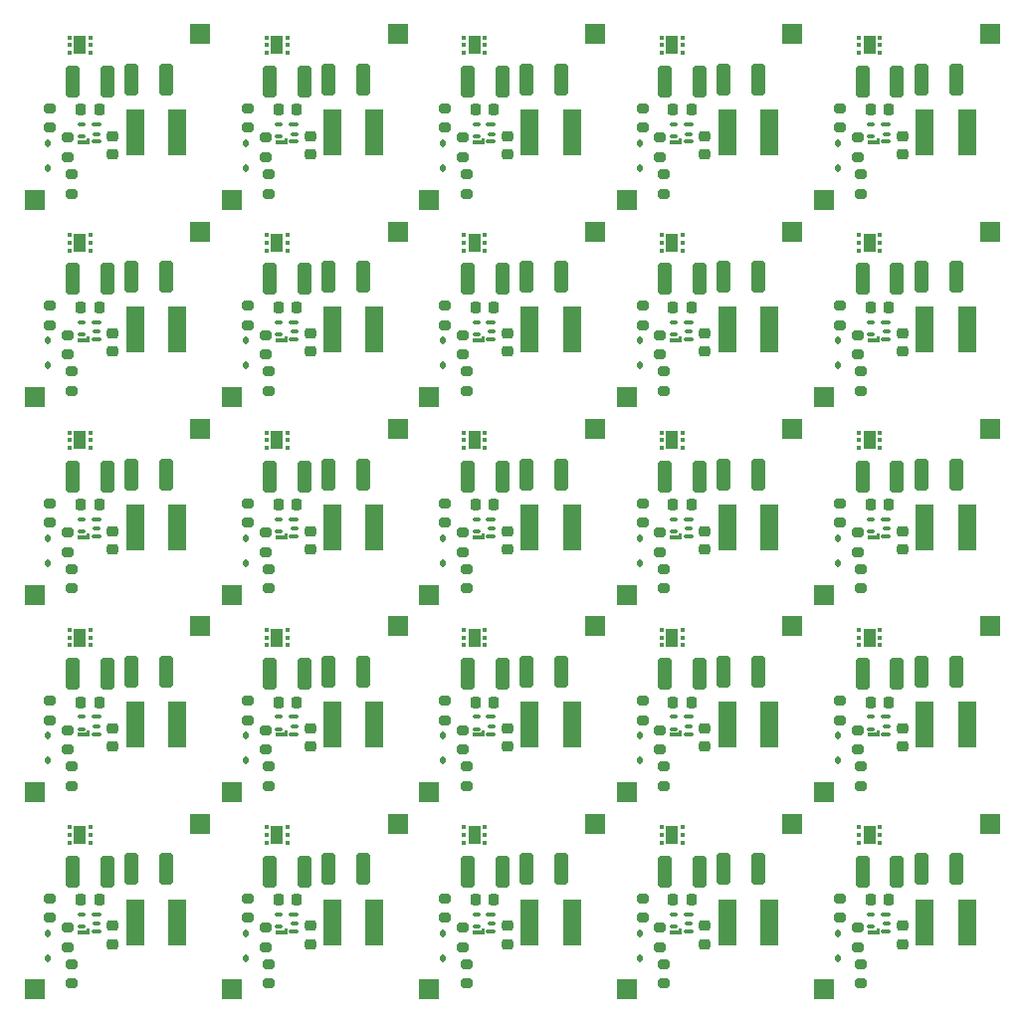
<source format=gts>
G04 #@! TF.GenerationSoftware,KiCad,Pcbnew,7.0.9*
G04 #@! TF.CreationDate,2024-07-27T16:50:16+02:00*
G04 #@! TF.ProjectId,Nutzen,4e75747a-656e-42e6-9b69-6361645f7063,rev?*
G04 #@! TF.SameCoordinates,Original*
G04 #@! TF.FileFunction,Soldermask,Top*
G04 #@! TF.FilePolarity,Negative*
%FSLAX46Y46*%
G04 Gerber Fmt 4.6, Leading zero omitted, Abs format (unit mm)*
G04 Created by KiCad (PCBNEW 7.0.9) date 2024-07-27 16:50:16*
%MOMM*%
%LPD*%
G01*
G04 APERTURE LIST*
G04 Aperture macros list*
%AMRoundRect*
0 Rectangle with rounded corners*
0 $1 Rounding radius*
0 $2 $3 $4 $5 $6 $7 $8 $9 X,Y pos of 4 corners*
0 Add a 4 corners polygon primitive as box body*
4,1,4,$2,$3,$4,$5,$6,$7,$8,$9,$2,$3,0*
0 Add four circle primitives for the rounded corners*
1,1,$1+$1,$2,$3*
1,1,$1+$1,$4,$5*
1,1,$1+$1,$6,$7*
1,1,$1+$1,$8,$9*
0 Add four rect primitives between the rounded corners*
20,1,$1+$1,$2,$3,$4,$5,0*
20,1,$1+$1,$4,$5,$6,$7,0*
20,1,$1+$1,$6,$7,$8,$9,0*
20,1,$1+$1,$8,$9,$2,$3,0*%
%AMFreePoly0*
4,1,32,0.469135,0.146194,0.504490,0.131549,0.531549,0.104490,0.546194,0.069135,0.550000,0.050000,0.550000,-0.050000,0.546194,-0.069135,0.531549,-0.104490,0.504490,-0.131549,0.469135,-0.146194,0.450000,-0.150000,-0.250000,-0.150000,-0.250000,-0.250000,-0.253806,-0.269135,-0.268451,-0.304490,-0.295510,-0.331549,-0.330865,-0.346194,-0.350000,-0.350000,-0.450000,-0.350000,-0.469135,-0.346194,
-0.504490,-0.331549,-0.531549,-0.304490,-0.546194,-0.269135,-0.550000,-0.250000,-0.550000,0.050000,-0.546194,0.069135,-0.531549,0.104490,-0.504490,0.131549,-0.469135,0.146194,-0.450000,0.150000,0.450000,0.150000,0.469135,0.146194,0.469135,0.146194,$1*%
G04 Aperture macros list end*
%ADD10RoundRect,0.200000X0.275000X-0.200000X0.275000X0.200000X-0.275000X0.200000X-0.275000X-0.200000X0*%
%ADD11R,1.700000X1.700000*%
%ADD12RoundRect,0.100000X0.300000X0.050000X-0.300000X0.050000X-0.300000X-0.050000X0.300000X-0.050000X0*%
%ADD13RoundRect,0.100000X0.250000X0.050000X-0.250000X0.050000X-0.250000X-0.050000X0.250000X-0.050000X0*%
%ADD14FreePoly0,180.000000*%
%ADD15R,1.500000X4.000000*%
%ADD16RoundRect,0.225000X0.250000X-0.225000X0.250000X0.225000X-0.250000X0.225000X-0.250000X-0.225000X0*%
%ADD17RoundRect,0.093750X-0.093750X-0.106250X0.093750X-0.106250X0.093750X0.106250X-0.093750X0.106250X0*%
%ADD18R,1.000000X1.600000*%
%ADD19RoundRect,0.250000X-0.325000X-1.100000X0.325000X-1.100000X0.325000X1.100000X-0.325000X1.100000X0*%
%ADD20RoundRect,0.112500X-0.112500X0.187500X-0.112500X-0.187500X0.112500X-0.187500X0.112500X0.187500X0*%
%ADD21RoundRect,0.200000X-0.275000X0.200000X-0.275000X-0.200000X0.275000X-0.200000X0.275000X0.200000X0*%
%ADD22RoundRect,0.225000X-0.225000X-0.250000X0.225000X-0.250000X0.225000X0.250000X-0.225000X0.250000X0*%
G04 APERTURE END LIST*
D10*
X98400000Y-63925000D03*
X98400000Y-62275000D03*
D11*
X159750000Y-50350000D03*
D12*
X150900000Y-93100000D03*
D13*
X150950000Y-92450000D03*
D12*
X150900000Y-91650000D03*
D13*
X149650000Y-91650000D03*
X149650000Y-92675000D03*
D14*
X149850000Y-93175000D03*
D15*
X120600000Y-92300000D03*
X124200000Y-92300000D03*
D12*
X100500000Y-109900000D03*
D13*
X100550000Y-109250000D03*
D12*
X100500000Y-108450000D03*
D13*
X99250000Y-108450000D03*
X99250000Y-109475000D03*
D14*
X99450000Y-109975000D03*
D11*
X126150000Y-67150000D03*
X109350000Y-83950000D03*
X95250000Y-114850000D03*
X128850000Y-64450000D03*
D16*
X152300000Y-94175000D03*
X152300000Y-92625000D03*
D17*
X131812500Y-33850000D03*
X131812500Y-34500000D03*
X131812500Y-35150000D03*
X133587500Y-35150000D03*
X133587500Y-34500000D03*
X133587500Y-33850000D03*
D18*
X132700000Y-34500000D03*
D10*
X115200000Y-47125000D03*
X115200000Y-45475000D03*
D19*
X153900000Y-54200000D03*
X156850000Y-54200000D03*
D12*
X83700000Y-93100000D03*
D13*
X83750000Y-92450000D03*
D12*
X83700000Y-91650000D03*
D13*
X82450000Y-91650000D03*
X82450000Y-92675000D03*
D14*
X82650000Y-93175000D03*
D10*
X98400000Y-47125000D03*
X98400000Y-45475000D03*
D19*
X132100000Y-54400000D03*
X135050000Y-54400000D03*
D15*
X87000000Y-109100000D03*
X90600000Y-109100000D03*
D20*
X130000000Y-110050000D03*
X130000000Y-112150000D03*
D10*
X81300000Y-111225000D03*
X81300000Y-109575000D03*
D15*
X87000000Y-41900000D03*
X90600000Y-41900000D03*
D11*
X142950000Y-83950000D03*
X142950000Y-50350000D03*
X92550000Y-83950000D03*
D19*
X103500000Y-71000000D03*
X106450000Y-71000000D03*
D21*
X79800000Y-39875000D03*
X79800000Y-41525000D03*
X79800000Y-107075000D03*
X79800000Y-108725000D03*
D11*
X126150000Y-83950000D03*
D10*
X114900000Y-60825000D03*
X114900000Y-59175000D03*
D21*
X147000000Y-90275000D03*
X147000000Y-91925000D03*
D12*
X117300000Y-59500000D03*
D13*
X117350000Y-58850000D03*
D12*
X117300000Y-58050000D03*
D13*
X116050000Y-58050000D03*
X116050000Y-59075000D03*
D14*
X116250000Y-59575000D03*
D11*
X142950000Y-67150000D03*
D15*
X87000000Y-92300000D03*
X90600000Y-92300000D03*
D12*
X117300000Y-76300000D03*
D13*
X117350000Y-75650000D03*
D12*
X117300000Y-74850000D03*
D13*
X116050000Y-74850000D03*
X116050000Y-75875000D03*
D14*
X116250000Y-76375000D03*
D11*
X128850000Y-47650000D03*
D16*
X118700000Y-94175000D03*
X118700000Y-92625000D03*
D10*
X81300000Y-60825000D03*
X81300000Y-59175000D03*
D21*
X79800000Y-56675000D03*
X79800000Y-58325000D03*
D12*
X100500000Y-93100000D03*
D13*
X100550000Y-92450000D03*
D12*
X100500000Y-91650000D03*
D13*
X99250000Y-91650000D03*
X99250000Y-92675000D03*
D14*
X99450000Y-93175000D03*
D21*
X147000000Y-73475000D03*
X147000000Y-75125000D03*
D11*
X78450000Y-98050000D03*
D20*
X79600000Y-93250000D03*
X79600000Y-95350000D03*
D10*
X148500000Y-94425000D03*
X148500000Y-92775000D03*
D12*
X150900000Y-109900000D03*
D13*
X150950000Y-109250000D03*
D12*
X150900000Y-108450000D03*
D13*
X149650000Y-108450000D03*
X149650000Y-109475000D03*
D14*
X149850000Y-109975000D03*
D17*
X115012500Y-50650000D03*
X115012500Y-51300000D03*
X115012500Y-51950000D03*
X116787500Y-51950000D03*
X116787500Y-51300000D03*
X116787500Y-50650000D03*
D18*
X115900000Y-51300000D03*
D19*
X98500000Y-104800000D03*
X101450000Y-104800000D03*
D17*
X148612500Y-33850000D03*
X148612500Y-34500000D03*
X148612500Y-35150000D03*
X150387500Y-35150000D03*
X150387500Y-34500000D03*
X150387500Y-33850000D03*
D18*
X149500000Y-34500000D03*
D19*
X137100000Y-37400000D03*
X140050000Y-37400000D03*
D11*
X92550000Y-33550000D03*
D16*
X152300000Y-110975000D03*
X152300000Y-109425000D03*
D22*
X149600000Y-56800000D03*
X151150000Y-56800000D03*
D11*
X145650000Y-64450000D03*
X145650000Y-47650000D03*
X95250000Y-47650000D03*
D17*
X81412500Y-84250000D03*
X81412500Y-84900000D03*
X81412500Y-85550000D03*
X83187500Y-85550000D03*
X83187500Y-84900000D03*
X83187500Y-84250000D03*
D18*
X82300000Y-84900000D03*
D19*
X81700000Y-54400000D03*
X84650000Y-54400000D03*
D17*
X115012500Y-33850000D03*
X115012500Y-34500000D03*
X115012500Y-35150000D03*
X116787500Y-35150000D03*
X116787500Y-34500000D03*
X116787500Y-33850000D03*
D18*
X115900000Y-34500000D03*
D11*
X109350000Y-100750000D03*
D16*
X152300000Y-43775000D03*
X152300000Y-42225000D03*
D19*
X137100000Y-71000000D03*
X140050000Y-71000000D03*
D15*
X137400000Y-75500000D03*
X141000000Y-75500000D03*
X120600000Y-58700000D03*
X124200000Y-58700000D03*
D10*
X115200000Y-63925000D03*
X115200000Y-62275000D03*
D11*
X128850000Y-81250000D03*
D20*
X113200000Y-110050000D03*
X113200000Y-112150000D03*
X113200000Y-76450000D03*
X113200000Y-78550000D03*
D21*
X113400000Y-56675000D03*
X113400000Y-58325000D03*
D15*
X120600000Y-109100000D03*
X124200000Y-109100000D03*
D22*
X149600000Y-90400000D03*
X151150000Y-90400000D03*
D17*
X131812500Y-101050000D03*
X131812500Y-101700000D03*
X131812500Y-102350000D03*
X133587500Y-102350000D03*
X133587500Y-101700000D03*
X133587500Y-101050000D03*
D18*
X132700000Y-101700000D03*
D10*
X114900000Y-77625000D03*
X114900000Y-75975000D03*
X81600000Y-63925000D03*
X81600000Y-62275000D03*
D12*
X150900000Y-59500000D03*
D13*
X150950000Y-58850000D03*
D12*
X150900000Y-58050000D03*
D13*
X149650000Y-58050000D03*
X149650000Y-59075000D03*
D14*
X149850000Y-59575000D03*
D20*
X79600000Y-110050000D03*
X79600000Y-112150000D03*
D12*
X134100000Y-93100000D03*
D13*
X134150000Y-92450000D03*
D12*
X134100000Y-91650000D03*
D13*
X132850000Y-91650000D03*
X132850000Y-92675000D03*
D14*
X133050000Y-93175000D03*
D10*
X81300000Y-77625000D03*
X81300000Y-75975000D03*
D17*
X115012500Y-67450000D03*
X115012500Y-68100000D03*
X115012500Y-68750000D03*
X116787500Y-68750000D03*
X116787500Y-68100000D03*
X116787500Y-67450000D03*
D18*
X115900000Y-68100000D03*
D19*
X103500000Y-37400000D03*
X106450000Y-37400000D03*
D17*
X131812500Y-67450000D03*
X131812500Y-68100000D03*
X131812500Y-68750000D03*
X133587500Y-68750000D03*
X133587500Y-68100000D03*
X133587500Y-67450000D03*
D18*
X132700000Y-68100000D03*
D10*
X148800000Y-47125000D03*
X148800000Y-45475000D03*
D16*
X85100000Y-110975000D03*
X85100000Y-109425000D03*
D10*
X132000000Y-114325000D03*
X132000000Y-112675000D03*
X132000000Y-97525000D03*
X132000000Y-95875000D03*
D17*
X81412500Y-33850000D03*
X81412500Y-34500000D03*
X81412500Y-35150000D03*
X83187500Y-35150000D03*
X83187500Y-34500000D03*
X83187500Y-33850000D03*
D18*
X82300000Y-34500000D03*
D10*
X131700000Y-44025000D03*
X131700000Y-42375000D03*
D22*
X149600000Y-40000000D03*
X151150000Y-40000000D03*
D11*
X92550000Y-67150000D03*
D12*
X100500000Y-76300000D03*
D13*
X100550000Y-75650000D03*
D12*
X100500000Y-74850000D03*
D13*
X99250000Y-74850000D03*
X99250000Y-75875000D03*
D14*
X99450000Y-76375000D03*
D15*
X137400000Y-92300000D03*
X141000000Y-92300000D03*
D11*
X112050000Y-47650000D03*
D19*
X98500000Y-71200000D03*
X101450000Y-71200000D03*
D20*
X113200000Y-59650000D03*
X113200000Y-61750000D03*
D19*
X120300000Y-54200000D03*
X123250000Y-54200000D03*
D20*
X96400000Y-59650000D03*
X96400000Y-61750000D03*
D11*
X145650000Y-81250000D03*
D21*
X96600000Y-90275000D03*
X96600000Y-91925000D03*
D12*
X83700000Y-76300000D03*
D13*
X83750000Y-75650000D03*
D12*
X83700000Y-74850000D03*
D13*
X82450000Y-74850000D03*
X82450000Y-75875000D03*
D14*
X82650000Y-76375000D03*
D12*
X134100000Y-76300000D03*
D13*
X134150000Y-75650000D03*
D12*
X134100000Y-74850000D03*
D13*
X132850000Y-74850000D03*
X132850000Y-75875000D03*
D14*
X133050000Y-76375000D03*
D17*
X98212500Y-33850000D03*
X98212500Y-34500000D03*
X98212500Y-35150000D03*
X99987500Y-35150000D03*
X99987500Y-34500000D03*
X99987500Y-33850000D03*
D18*
X99100000Y-34500000D03*
D15*
X137400000Y-109100000D03*
X141000000Y-109100000D03*
D12*
X83700000Y-42700000D03*
D13*
X83750000Y-42050000D03*
D12*
X83700000Y-41250000D03*
D13*
X82450000Y-41250000D03*
X82450000Y-42275000D03*
D14*
X82650000Y-42775000D03*
D16*
X85100000Y-43775000D03*
X85100000Y-42225000D03*
D15*
X103800000Y-58700000D03*
X107400000Y-58700000D03*
D10*
X131700000Y-77625000D03*
X131700000Y-75975000D03*
D19*
X137100000Y-54200000D03*
X140050000Y-54200000D03*
X148900000Y-54400000D03*
X151850000Y-54400000D03*
D10*
X98100000Y-60825000D03*
X98100000Y-59175000D03*
D12*
X100500000Y-59500000D03*
D13*
X100550000Y-58850000D03*
D12*
X100500000Y-58050000D03*
D13*
X99250000Y-58050000D03*
X99250000Y-59075000D03*
D14*
X99450000Y-59575000D03*
D22*
X82400000Y-107200000D03*
X83950000Y-107200000D03*
D19*
X81700000Y-104800000D03*
X84650000Y-104800000D03*
D21*
X147000000Y-56675000D03*
X147000000Y-58325000D03*
D22*
X132800000Y-40000000D03*
X134350000Y-40000000D03*
D20*
X130000000Y-93250000D03*
X130000000Y-95350000D03*
D22*
X132800000Y-107200000D03*
X134350000Y-107200000D03*
D19*
X86700000Y-54200000D03*
X89650000Y-54200000D03*
D10*
X98100000Y-111225000D03*
X98100000Y-109575000D03*
D11*
X92550000Y-50350000D03*
D15*
X137400000Y-41900000D03*
X141000000Y-41900000D03*
D19*
X148900000Y-104800000D03*
X151850000Y-104800000D03*
D10*
X81300000Y-94425000D03*
X81300000Y-92775000D03*
X132000000Y-80725000D03*
X132000000Y-79075000D03*
D17*
X148612500Y-50650000D03*
X148612500Y-51300000D03*
X148612500Y-51950000D03*
X150387500Y-51950000D03*
X150387500Y-51300000D03*
X150387500Y-50650000D03*
D18*
X149500000Y-51300000D03*
D22*
X82400000Y-56800000D03*
X83950000Y-56800000D03*
D19*
X115300000Y-37600000D03*
X118250000Y-37600000D03*
D17*
X98212500Y-101050000D03*
X98212500Y-101700000D03*
X98212500Y-102350000D03*
X99987500Y-102350000D03*
X99987500Y-101700000D03*
X99987500Y-101050000D03*
D18*
X99100000Y-101700000D03*
D17*
X98212500Y-50650000D03*
X98212500Y-51300000D03*
X98212500Y-51950000D03*
X99987500Y-51950000D03*
X99987500Y-51300000D03*
X99987500Y-50650000D03*
D18*
X99100000Y-51300000D03*
D19*
X120300000Y-37400000D03*
X123250000Y-37400000D03*
D15*
X154200000Y-75500000D03*
X157800000Y-75500000D03*
D16*
X118700000Y-60575000D03*
X118700000Y-59025000D03*
D10*
X115200000Y-97525000D03*
X115200000Y-95875000D03*
D21*
X96600000Y-73475000D03*
X96600000Y-75125000D03*
D11*
X159750000Y-83950000D03*
D16*
X152300000Y-77375000D03*
X152300000Y-75825000D03*
D20*
X130000000Y-59650000D03*
X130000000Y-61750000D03*
D11*
X109350000Y-33550000D03*
D22*
X116000000Y-40000000D03*
X117550000Y-40000000D03*
D10*
X81300000Y-44025000D03*
X81300000Y-42375000D03*
X81600000Y-97525000D03*
X81600000Y-95875000D03*
D15*
X87000000Y-58700000D03*
X90600000Y-58700000D03*
D19*
X120300000Y-87800000D03*
X123250000Y-87800000D03*
D12*
X150900000Y-76300000D03*
D13*
X150950000Y-75650000D03*
D12*
X150900000Y-74850000D03*
D13*
X149650000Y-74850000D03*
X149650000Y-75875000D03*
D14*
X149850000Y-76375000D03*
D19*
X103500000Y-87800000D03*
X106450000Y-87800000D03*
D10*
X114900000Y-94425000D03*
X114900000Y-92775000D03*
D15*
X137400000Y-58700000D03*
X141000000Y-58700000D03*
X154200000Y-109100000D03*
X157800000Y-109100000D03*
D10*
X148500000Y-60825000D03*
X148500000Y-59175000D03*
D17*
X81412500Y-101050000D03*
X81412500Y-101700000D03*
X81412500Y-102350000D03*
X83187500Y-102350000D03*
X83187500Y-101700000D03*
X83187500Y-101050000D03*
D18*
X82300000Y-101700000D03*
D16*
X135500000Y-77375000D03*
X135500000Y-75825000D03*
D21*
X130200000Y-90275000D03*
X130200000Y-91925000D03*
D10*
X148500000Y-44025000D03*
X148500000Y-42375000D03*
D21*
X147000000Y-107075000D03*
X147000000Y-108725000D03*
D19*
X137100000Y-87800000D03*
X140050000Y-87800000D03*
X86700000Y-71000000D03*
X89650000Y-71000000D03*
D21*
X130200000Y-73475000D03*
X130200000Y-75125000D03*
D16*
X101900000Y-77375000D03*
X101900000Y-75825000D03*
D10*
X148500000Y-77625000D03*
X148500000Y-75975000D03*
D22*
X82400000Y-73600000D03*
X83950000Y-73600000D03*
D16*
X101900000Y-110975000D03*
X101900000Y-109425000D03*
D11*
X112050000Y-64450000D03*
D10*
X148500000Y-111225000D03*
X148500000Y-109575000D03*
D12*
X117300000Y-42700000D03*
D13*
X117350000Y-42050000D03*
D12*
X117300000Y-41250000D03*
D13*
X116050000Y-41250000D03*
X116050000Y-42275000D03*
D14*
X116250000Y-42775000D03*
D21*
X96600000Y-39875000D03*
X96600000Y-41525000D03*
D17*
X81412500Y-67450000D03*
X81412500Y-68100000D03*
X81412500Y-68750000D03*
X83187500Y-68750000D03*
X83187500Y-68100000D03*
X83187500Y-67450000D03*
D18*
X82300000Y-68100000D03*
D19*
X115300000Y-88000000D03*
X118250000Y-88000000D03*
D12*
X117300000Y-93100000D03*
D13*
X117350000Y-92450000D03*
D12*
X117300000Y-91650000D03*
D13*
X116050000Y-91650000D03*
X116050000Y-92675000D03*
D14*
X116250000Y-93175000D03*
D10*
X98400000Y-80725000D03*
X98400000Y-79075000D03*
D16*
X101900000Y-60575000D03*
X101900000Y-59025000D03*
D10*
X98100000Y-77625000D03*
X98100000Y-75975000D03*
D19*
X120300000Y-104600000D03*
X123250000Y-104600000D03*
D11*
X159750000Y-67150000D03*
D19*
X115300000Y-71200000D03*
X118250000Y-71200000D03*
D10*
X81600000Y-47125000D03*
X81600000Y-45475000D03*
D12*
X83700000Y-109900000D03*
D13*
X83750000Y-109250000D03*
D12*
X83700000Y-108450000D03*
D13*
X82450000Y-108450000D03*
X82450000Y-109475000D03*
D14*
X82650000Y-109975000D03*
D19*
X81700000Y-71200000D03*
X84650000Y-71200000D03*
D11*
X126150000Y-50350000D03*
D15*
X154200000Y-41900000D03*
X157800000Y-41900000D03*
D10*
X131700000Y-94425000D03*
X131700000Y-92775000D03*
D11*
X112050000Y-114850000D03*
D19*
X153900000Y-37400000D03*
X156850000Y-37400000D03*
X137100000Y-104600000D03*
X140050000Y-104600000D03*
D10*
X98100000Y-94425000D03*
X98100000Y-92775000D03*
D11*
X128850000Y-98050000D03*
D19*
X120300000Y-71000000D03*
X123250000Y-71000000D03*
D12*
X134100000Y-42700000D03*
D13*
X134150000Y-42050000D03*
D12*
X134100000Y-41250000D03*
D13*
X132850000Y-41250000D03*
X132850000Y-42275000D03*
D14*
X133050000Y-42775000D03*
D11*
X126150000Y-33550000D03*
D21*
X96600000Y-107075000D03*
X96600000Y-108725000D03*
D19*
X103500000Y-104600000D03*
X106450000Y-104600000D03*
D15*
X103800000Y-109100000D03*
X107400000Y-109100000D03*
D20*
X79600000Y-59650000D03*
X79600000Y-61750000D03*
X113200000Y-93250000D03*
X113200000Y-95350000D03*
D19*
X148900000Y-88000000D03*
X151850000Y-88000000D03*
D22*
X116000000Y-73600000D03*
X117550000Y-73600000D03*
D19*
X115300000Y-54400000D03*
X118250000Y-54400000D03*
D16*
X101900000Y-94175000D03*
X101900000Y-92625000D03*
D10*
X132000000Y-47125000D03*
X132000000Y-45475000D03*
D17*
X98212500Y-84250000D03*
X98212500Y-84900000D03*
X98212500Y-85550000D03*
X99987500Y-85550000D03*
X99987500Y-84900000D03*
X99987500Y-84250000D03*
D18*
X99100000Y-84900000D03*
D19*
X148900000Y-37600000D03*
X151850000Y-37600000D03*
D11*
X145650000Y-114850000D03*
D21*
X130200000Y-56675000D03*
X130200000Y-58325000D03*
D17*
X131812500Y-50650000D03*
X131812500Y-51300000D03*
X131812500Y-51950000D03*
X133587500Y-51950000D03*
X133587500Y-51300000D03*
X133587500Y-50650000D03*
D18*
X132700000Y-51300000D03*
D22*
X99200000Y-73600000D03*
X100750000Y-73600000D03*
D11*
X142950000Y-100750000D03*
D19*
X81700000Y-37600000D03*
X84650000Y-37600000D03*
D17*
X148612500Y-84250000D03*
X148612500Y-84900000D03*
X148612500Y-85550000D03*
X150387500Y-85550000D03*
X150387500Y-84900000D03*
X150387500Y-84250000D03*
D18*
X149500000Y-84900000D03*
D11*
X95250000Y-98050000D03*
D16*
X135500000Y-94175000D03*
X135500000Y-92625000D03*
D22*
X132800000Y-56800000D03*
X134350000Y-56800000D03*
X116000000Y-107200000D03*
X117550000Y-107200000D03*
D15*
X154200000Y-92300000D03*
X157800000Y-92300000D03*
D21*
X130200000Y-107075000D03*
X130200000Y-108725000D03*
D10*
X114900000Y-111225000D03*
X114900000Y-109575000D03*
D20*
X96400000Y-76450000D03*
X96400000Y-78550000D03*
D11*
X109350000Y-50350000D03*
D20*
X113200000Y-42850000D03*
X113200000Y-44950000D03*
D12*
X117300000Y-109900000D03*
D13*
X117350000Y-109250000D03*
D12*
X117300000Y-108450000D03*
D13*
X116050000Y-108450000D03*
X116050000Y-109475000D03*
D14*
X116250000Y-109975000D03*
D11*
X92550000Y-100750000D03*
D10*
X98400000Y-97525000D03*
X98400000Y-95875000D03*
D17*
X115012500Y-84250000D03*
X115012500Y-84900000D03*
X115012500Y-85550000D03*
X116787500Y-85550000D03*
X116787500Y-84900000D03*
X116787500Y-84250000D03*
D18*
X115900000Y-84900000D03*
D17*
X115012500Y-101050000D03*
X115012500Y-101700000D03*
X115012500Y-102350000D03*
X116787500Y-102350000D03*
X116787500Y-101700000D03*
X116787500Y-101050000D03*
D18*
X115900000Y-101700000D03*
D22*
X99200000Y-40000000D03*
X100750000Y-40000000D03*
D12*
X134100000Y-59500000D03*
D13*
X134150000Y-58850000D03*
D12*
X134100000Y-58050000D03*
D13*
X132850000Y-58050000D03*
X132850000Y-59075000D03*
D14*
X133050000Y-59575000D03*
D20*
X146800000Y-59650000D03*
X146800000Y-61750000D03*
D16*
X85100000Y-94175000D03*
X85100000Y-92625000D03*
D20*
X96400000Y-93250000D03*
X96400000Y-95350000D03*
D16*
X152300000Y-60575000D03*
X152300000Y-59025000D03*
D21*
X113400000Y-73475000D03*
X113400000Y-75125000D03*
D22*
X82400000Y-40000000D03*
X83950000Y-40000000D03*
D11*
X95250000Y-64450000D03*
D22*
X116000000Y-90400000D03*
X117550000Y-90400000D03*
D20*
X130000000Y-76450000D03*
X130000000Y-78550000D03*
D19*
X153900000Y-104600000D03*
X156850000Y-104600000D03*
D17*
X148612500Y-101050000D03*
X148612500Y-101700000D03*
X148612500Y-102350000D03*
X150387500Y-102350000D03*
X150387500Y-101700000D03*
X150387500Y-101050000D03*
D18*
X149500000Y-101700000D03*
D22*
X132800000Y-73600000D03*
X134350000Y-73600000D03*
D10*
X98100000Y-44025000D03*
X98100000Y-42375000D03*
D11*
X145650000Y-98050000D03*
D10*
X148800000Y-80725000D03*
X148800000Y-79075000D03*
D16*
X85100000Y-77375000D03*
X85100000Y-75825000D03*
X85100000Y-60575000D03*
X85100000Y-59025000D03*
D21*
X79800000Y-73475000D03*
X79800000Y-75125000D03*
D11*
X126150000Y-100750000D03*
D19*
X148900000Y-71200000D03*
X151850000Y-71200000D03*
D20*
X146800000Y-110050000D03*
X146800000Y-112150000D03*
D19*
X98500000Y-37600000D03*
X101450000Y-37600000D03*
D17*
X131812500Y-84250000D03*
X131812500Y-84900000D03*
X131812500Y-85550000D03*
X133587500Y-85550000D03*
X133587500Y-84900000D03*
X133587500Y-84250000D03*
D18*
X132700000Y-84900000D03*
D10*
X98400000Y-114325000D03*
X98400000Y-112675000D03*
D15*
X87000000Y-75500000D03*
X90600000Y-75500000D03*
D16*
X101900000Y-43775000D03*
X101900000Y-42225000D03*
D10*
X148800000Y-97525000D03*
X148800000Y-95875000D03*
X148800000Y-114325000D03*
X148800000Y-112675000D03*
D11*
X78450000Y-114850000D03*
D21*
X130200000Y-39875000D03*
X130200000Y-41525000D03*
D20*
X96400000Y-110050000D03*
X96400000Y-112150000D03*
D21*
X113400000Y-39875000D03*
X113400000Y-41525000D03*
D19*
X103500000Y-54200000D03*
X106450000Y-54200000D03*
D10*
X114900000Y-44025000D03*
X114900000Y-42375000D03*
D20*
X146800000Y-76450000D03*
X146800000Y-78550000D03*
X79600000Y-42850000D03*
X79600000Y-44950000D03*
D19*
X132100000Y-71200000D03*
X135050000Y-71200000D03*
D11*
X128850000Y-114850000D03*
X78450000Y-47650000D03*
D12*
X134100000Y-109900000D03*
D13*
X134150000Y-109250000D03*
D12*
X134100000Y-108450000D03*
D13*
X132850000Y-108450000D03*
X132850000Y-109475000D03*
D14*
X133050000Y-109975000D03*
D15*
X103800000Y-92300000D03*
X107400000Y-92300000D03*
X120600000Y-75500000D03*
X124200000Y-75500000D03*
D20*
X146800000Y-93250000D03*
X146800000Y-95350000D03*
D11*
X95250000Y-81250000D03*
D17*
X81412500Y-50650000D03*
X81412500Y-51300000D03*
X81412500Y-51950000D03*
X83187500Y-51950000D03*
X83187500Y-51300000D03*
X83187500Y-50650000D03*
D18*
X82300000Y-51300000D03*
D22*
X116000000Y-56800000D03*
X117550000Y-56800000D03*
D10*
X81600000Y-80725000D03*
X81600000Y-79075000D03*
D11*
X159750000Y-100750000D03*
D20*
X146800000Y-42850000D03*
X146800000Y-44950000D03*
D11*
X142950000Y-33550000D03*
D15*
X103800000Y-75500000D03*
X107400000Y-75500000D03*
D19*
X81700000Y-88000000D03*
X84650000Y-88000000D03*
D20*
X79600000Y-76450000D03*
X79600000Y-78550000D03*
D21*
X79800000Y-90275000D03*
X79800000Y-91925000D03*
D10*
X131700000Y-60825000D03*
X131700000Y-59175000D03*
D22*
X149600000Y-73600000D03*
X151150000Y-73600000D03*
D12*
X150900000Y-42700000D03*
D13*
X150950000Y-42050000D03*
D12*
X150900000Y-41250000D03*
D13*
X149650000Y-41250000D03*
X149650000Y-42275000D03*
D14*
X149850000Y-42775000D03*
D19*
X86700000Y-87800000D03*
X89650000Y-87800000D03*
D21*
X96600000Y-56675000D03*
X96600000Y-58325000D03*
D19*
X132100000Y-88000000D03*
X135050000Y-88000000D03*
D10*
X131700000Y-111225000D03*
X131700000Y-109575000D03*
D16*
X118700000Y-110975000D03*
X118700000Y-109425000D03*
X135500000Y-60575000D03*
X135500000Y-59025000D03*
D22*
X99200000Y-56800000D03*
X100750000Y-56800000D03*
D15*
X120600000Y-41900000D03*
X124200000Y-41900000D03*
D19*
X86700000Y-37400000D03*
X89650000Y-37400000D03*
D11*
X109350000Y-67150000D03*
D16*
X135500000Y-110975000D03*
X135500000Y-109425000D03*
D11*
X78450000Y-81250000D03*
D22*
X99200000Y-90400000D03*
X100750000Y-90400000D03*
X149600000Y-107200000D03*
X151150000Y-107200000D03*
D16*
X118700000Y-77375000D03*
X118700000Y-75825000D03*
D11*
X112050000Y-81250000D03*
D19*
X132100000Y-104800000D03*
X135050000Y-104800000D03*
D17*
X98212500Y-67450000D03*
X98212500Y-68100000D03*
X98212500Y-68750000D03*
X99987500Y-68750000D03*
X99987500Y-68100000D03*
X99987500Y-67450000D03*
D18*
X99100000Y-68100000D03*
D19*
X98500000Y-54400000D03*
X101450000Y-54400000D03*
D22*
X99200000Y-107200000D03*
X100750000Y-107200000D03*
D16*
X118700000Y-43775000D03*
X118700000Y-42225000D03*
D21*
X113400000Y-90275000D03*
X113400000Y-91925000D03*
X147000000Y-39875000D03*
X147000000Y-41525000D03*
D20*
X130000000Y-42850000D03*
X130000000Y-44950000D03*
D11*
X159750000Y-33550000D03*
D19*
X98500000Y-88000000D03*
X101450000Y-88000000D03*
D12*
X83700000Y-59500000D03*
D13*
X83750000Y-58850000D03*
D12*
X83700000Y-58050000D03*
D13*
X82450000Y-58050000D03*
X82450000Y-59075000D03*
D14*
X82650000Y-59575000D03*
D19*
X115300000Y-104800000D03*
X118250000Y-104800000D03*
D22*
X82400000Y-90400000D03*
X83950000Y-90400000D03*
D20*
X96400000Y-42850000D03*
X96400000Y-44950000D03*
D19*
X153900000Y-87800000D03*
X156850000Y-87800000D03*
D11*
X78450000Y-64450000D03*
D19*
X86700000Y-104600000D03*
X89650000Y-104600000D03*
D11*
X112050000Y-98050000D03*
D10*
X148800000Y-63925000D03*
X148800000Y-62275000D03*
D17*
X148612500Y-67450000D03*
X148612500Y-68100000D03*
X148612500Y-68750000D03*
X150387500Y-68750000D03*
X150387500Y-68100000D03*
X150387500Y-67450000D03*
D18*
X149500000Y-68100000D03*
D10*
X115200000Y-114325000D03*
X115200000Y-112675000D03*
D19*
X132100000Y-37600000D03*
X135050000Y-37600000D03*
D12*
X100500000Y-42700000D03*
D13*
X100550000Y-42050000D03*
D12*
X100500000Y-41250000D03*
D13*
X99250000Y-41250000D03*
X99250000Y-42275000D03*
D14*
X99450000Y-42775000D03*
D21*
X113400000Y-107075000D03*
X113400000Y-108725000D03*
D19*
X153900000Y-71000000D03*
X156850000Y-71000000D03*
D15*
X154200000Y-58700000D03*
X157800000Y-58700000D03*
D10*
X81600000Y-114325000D03*
X81600000Y-112675000D03*
D16*
X135500000Y-43775000D03*
X135500000Y-42225000D03*
D10*
X115200000Y-80725000D03*
X115200000Y-79075000D03*
X132000000Y-63925000D03*
X132000000Y-62275000D03*
D22*
X132800000Y-90400000D03*
X134350000Y-90400000D03*
D15*
X103800000Y-41900000D03*
X107400000Y-41900000D03*
M02*

</source>
